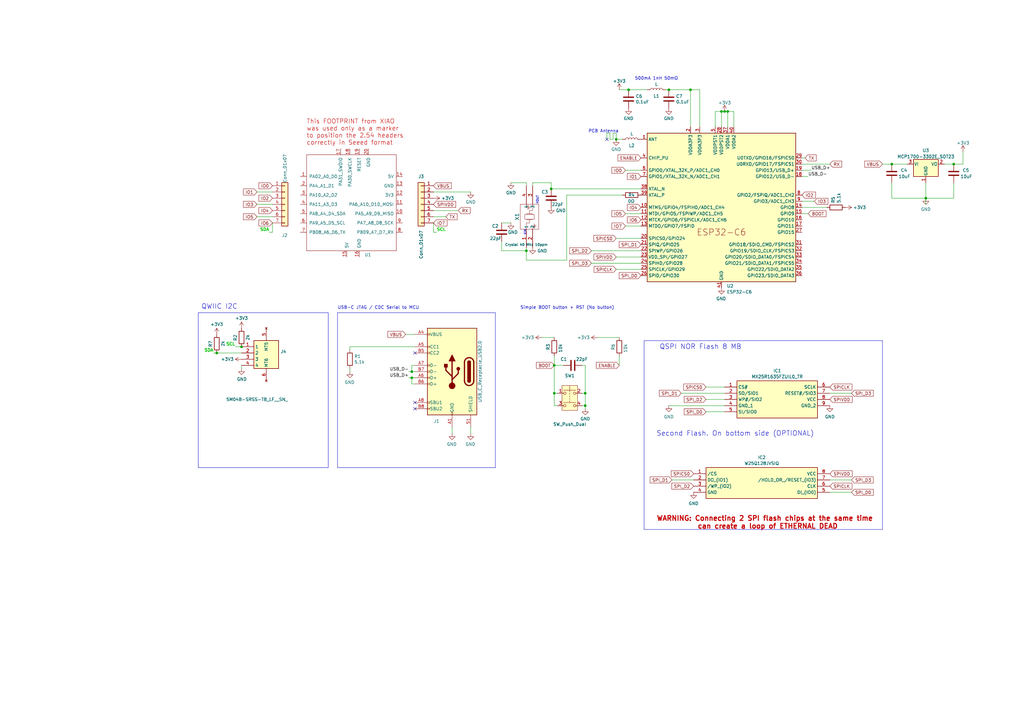
<source format=kicad_sch>
(kicad_sch (version 20230121) (generator eeschema)
  (paper "A3")
  (title_block (title "Testing ESP32C6 in a XIAO footprint") (date "2024-10-24") (rev "1.0"))
  (lib_symbols
    (symbol "Connector:USB_C_Receptacle_USB2.0" (pin_names (offset 1.016))
      (property "Reference" "J" (at -10.16 19.05 0))
      (property "Value" "USB_C_Receptacle_USB2.0" (at 19.05 19.05 0))
      (symbol "USB_C_Receptacle_USB2.0_0_0"
        (rectangle (start -0.254 -17.78) (end 0.254 -16.764))
        (rectangle (start 10.16 -14.986) (end 9.144 -15.494))
        (rectangle (start 10.16 -12.446) (end 9.144 -12.954))
        (rectangle (start 10.16 -4.826) (end 9.144 -5.334))
        (rectangle (start 10.16 -2.286) (end 9.144 -2.794))
        (rectangle (start 10.16 0.254) (end 9.144 -0.254))
        (rectangle (start 10.16 2.794) (end 9.144 2.286))
        (rectangle (start 10.16 7.874) (end 9.144 7.366))
        (rectangle (start 10.16 10.414) (end 9.144 9.906))
        (rectangle (start 10.16 15.494) (end 9.144 14.986))
      )
      (symbol "USB_C_Receptacle_USB2.0_0_1"
        (rectangle (start -10.16 17.78) (end 10.16 -17.78) (stroke (width 0.254)) (fill (type background)))
        (arc (start -8.89 -3.81) (mid -6.985 -5.7067) (end -5.08 -3.81) (stroke (width 0.508)))
        (arc (start -7.62 -3.81) (mid -6.985 -4.4423) (end -6.35 -3.81) (stroke (width 0.254)))
        (arc (start -7.62 -3.81) (mid -6.985 -4.4423) (end -6.35 -3.81) (stroke (width 0.254)) (fill (type outline)))
        (rectangle (start -7.62 -3.81) (end -6.35 3.81) (stroke (width 0.254)) (fill (type outline)))
        (arc (start -6.35 3.81) (mid -6.985 4.4423) (end -7.62 3.81) (stroke (width 0.254)))
        (arc (start -6.35 3.81) (mid -6.985 4.4423) (end -7.62 3.81) (stroke (width 0.254)) (fill (type outline)))
        (arc (start -5.08 3.81) (mid -6.985 5.7067) (end -8.89 3.81) (stroke (width 0.508)))
        (circle (center -2.54 1.143) (radius 0.635) (stroke (width 0.254)) (fill (type outline)))
        (circle (center 0 -5.842) (radius 1.27) (fill (type outline)))
        (polyline (pts (xy -8.89 -3.81) (xy -8.89 3.81)) (stroke (width 0.508)))
        (polyline (pts (xy -5.08 3.81) (xy -5.08 -3.81)) (stroke (width 0.508)))
        (polyline (pts (xy 0 -5.842) (xy 0 4.318)) (stroke (width 0.508)))
        (polyline (pts (xy 0 -3.302) (xy -2.54 -0.762) (xy -2.54 0.508)) (stroke (width 0.508)))
        (polyline (pts (xy 0 -2.032) (xy 2.54 0.508) (xy 2.54 1.778)) (stroke (width 0.508)))
        (polyline (pts (xy -1.27 4.318) (xy 0 6.858) (xy 1.27 4.318) (xy -1.27 4.318)) (stroke (width 0.254)) (fill (type outline)))
        (rectangle (start 1.905 1.778) (end 3.175 3.048) (stroke (width 0.254)) (fill (type outline)))
      )
      (symbol "USB_C_Receptacle_USB2.0_1_1"
        (pin passive line (at 0 -22.86 90) (length 5.08) (name "GND") (number "A1"))
        (pin passive line (at 0 -22.86 90) (length 5.08) hide (name "GND") (number "A12"))
        (pin passive line (at 15.24 15.24 180) (length 5.08) (name "VBUS") (number "A4"))
        (pin bidirectional line (at 15.24 10.16 180) (length 5.08) (name "CC1") (number "A5"))
        (pin bidirectional line (at 15.24 -2.54 180) (length 5.08) (name "D+") (number "A6"))
        (pin bidirectional line (at 15.24 2.54 180) (length 5.08) (name "D-") (number "A7"))
        (pin bidirectional line (at 15.24 -12.7 180) (length 5.08) (name "SBU1") (number "A8"))
        (pin passive line (at 15.24 15.24 180) (length 5.08) hide (name "VBUS") (number "A9"))
        (pin passive line (at 0 -22.86 90) (length 5.08) hide (name "GND") (number "B1"))
        (pin passive line (at 0 -22.86 90) (length 5.08) hide (name "GND") (number "B12"))
        (pin passive line (at 15.24 15.24 180) (length 5.08) hide (name "VBUS") (number "B4"))
        (pin bidirectional line (at 15.24 7.62 180) (length 5.08) (name "CC2") (number "B5"))
        (pin bidirectional line (at 15.24 -5.08 180) (length 5.08) (name "D+") (number "B6"))
        (pin bidirectional line (at 15.24 0 180) (length 5.08) (name "D-") (number "B7"))
        (pin bidirectional line (at 15.24 -15.24 180) (length 5.08) (name "SBU2") (number "B8"))
        (pin passive line (at 15.24 15.24 180) (length 5.08) hide (name "VBUS") (number "B9"))
        (pin passive line (at -7.62 -22.86 90) (length 5.08) (name "SHIELD") (number "S1"))
      )
    )
    (symbol "Connector_Generic:Conn_01x07" (pin_names (offset 1.016) hide)
      (property "Reference" "J" (at 0 10.16 0))
      (property "Value" "Conn_01x07" (at 0 -10.16 0))
      (symbol "Conn_01x07_1_1"
        (rectangle (start -1.27 -7.493) (end 0 -7.747) (stroke (width 0.1524)))
        (rectangle (start -1.27 -4.953) (end 0 -5.207) (stroke (width 0.1524)))
        (rectangle (start -1.27 -2.413) (end 0 -2.667) (stroke (width 0.1524)))
        (rectangle (start -1.27 0.127) (end 0 -0.127) (stroke (width 0.1524)))
        (rectangle (start -1.27 2.667) (end 0 2.413) (stroke (width 0.1524)))
        (rectangle (start -1.27 5.207) (end 0 4.953) (stroke (width 0.1524)))
        (rectangle (start -1.27 7.747) (end 0 7.493) (stroke (width 0.1524)))
        (rectangle (start -1.27 8.89) (end 1.27 -8.89) (stroke (width 0.254)) (fill (type background)))
        (pin passive line (at -5.08 7.62 0) (length 3.81) (name "Pin_1") (number "1"))
        (pin passive line (at -5.08 5.08 0) (length 3.81) (name "Pin_2") (number "2"))
        (pin passive line (at -5.08 2.54 0) (length 3.81) (name "Pin_3") (number "3"))
        (pin passive line (at -5.08 0 0) (length 3.81) (name "Pin_4") (number "4"))
        (pin passive line (at -5.08 -2.54 0) (length 3.81) (name "Pin_5") (number "5"))
        (pin passive line (at -5.08 -5.08 0) (length 3.81) (name "Pin_6") (number "6"))
        (pin passive line (at -5.08 -7.62 0) (length 3.81) (name "Pin_7") (number "7"))
      )
    )
    (symbol "Crystals:ECS-400-10-36B2-CKM-TR" (pin_names (offset 0.254))
      (property "Reference" "X" (at 12.7 7.62 0))
      (property "Value" "ECS-400-10-36B2-CKM-TR" (at 12.7 5.08 0))
      (symbol "ECS-400-10-36B2-CKM-TR_0_1"
        (polyline (pts (xy 7.62 -5.08) (xy 17.78 -5.08)) (stroke (width 0.127)))
        (polyline (pts (xy 7.62 -2.54) (xy 8.89 -2.54)) (stroke (width 0.127)))
        (polyline (pts (xy 7.62 2.54) (xy 7.62 -5.08)) (stroke (width 0.127)))
        (polyline (pts (xy 7.9375 -3.175) (xy 9.8425 -3.175)) (stroke (width 0.127)))
        (polyline (pts (xy 8.255 -3.4925) (xy 9.525 -3.4925)) (stroke (width 0.127)))
        (polyline (pts (xy 8.5725 -3.81) (xy 9.2075 -3.81)) (stroke (width 0.127)))
        (polyline (pts (xy 8.89 -2.54) (xy 8.89 -3.175)) (stroke (width 0.127)))
        (polyline (pts (xy 10.16 -1.27) (xy 10.16 0)) (stroke (width 0.127)))
        (polyline (pts (xy 10.16 0) (xy 7.62 0)) (stroke (width 0.127)))
        (polyline (pts (xy 11.43 -1.27) (xy 10.16 -1.27)) (stroke (width 0.127)))
        (polyline (pts (xy 11.43 0) (xy 11.43 -2.54)) (stroke (width 0.127)))
        (polyline (pts (xy 11.7475 -3.175) (xy 13.6525 -3.175)) (stroke (width 0.127)))
        (polyline (pts (xy 11.7475 0.635) (xy 11.7475 -3.175)) (stroke (width 0.127)))
        (polyline (pts (xy 13.6525 -3.175) (xy 13.6525 0.635)) (stroke (width 0.127)))
        (polyline (pts (xy 13.6525 0.635) (xy 11.7475 0.635)) (stroke (width 0.127)))
        (polyline (pts (xy 13.97 -1.27) (xy 15.24 -1.27)) (stroke (width 0.127)))
        (polyline (pts (xy 13.97 0) (xy 13.97 -2.54)) (stroke (width 0.127)))
        (polyline (pts (xy 15.24 -2.54) (xy 17.78 -2.54)) (stroke (width 0.127)))
        (polyline (pts (xy 15.24 -1.27) (xy 15.24 -2.54)) (stroke (width 0.127)))
        (polyline (pts (xy 16.51 0) (xy 16.51 -0.635)) (stroke (width 0.127)))
        (polyline (pts (xy 16.8275 -1.27) (xy 16.1925 -1.27)) (stroke (width 0.127)))
        (polyline (pts (xy 17.145 -0.9525) (xy 15.875 -0.9525)) (stroke (width 0.127)))
        (polyline (pts (xy 17.4625 -0.635) (xy 15.5575 -0.635)) (stroke (width 0.127)))
        (polyline (pts (xy 17.78 -5.08) (xy 17.78 2.54)) (stroke (width 0.127)))
        (polyline (pts (xy 17.78 0) (xy 16.51 0)) (stroke (width 0.127)))
        (polyline (pts (xy 17.78 2.54) (xy 7.62 2.54)) (stroke (width 0.127)))
        (pin unspecified line (at 0 0 0) (length 7.62) (name "1") (number "1"))
        (pin unspecified line (at 0 -2.54 0) (length 7.62) (name "2") (number "2"))
        (pin unspecified line (at 25.4 -2.54 180) (length 7.62) (name "3") (number "3"))
        (pin unspecified line (at 25.4 0 180) (length 7.62) (name "4") (number "4"))
      )
    )
    (symbol "Device:C" (pin_numbers hide) (pin_names (offset 0.254))
      (property "Reference" "C" (at 0.635 2.54 0))
      (property "Value" "C" (at 0.635 -2.54 0))
      (symbol "C_0_1"
        (polyline (pts (xy -2.032 -0.762) (xy 2.032 -0.762)) (stroke (width 0.508)))
        (polyline (pts (xy -2.032 0.762) (xy 2.032 0.762)) (stroke (width 0.508)))
      )
      (symbol "C_1_1"
        (pin passive line (at 0 3.81 270) (length 2.794) (name "~") (number "1"))
        (pin passive line (at 0 -3.81 90) (length 2.794) (name "~") (number "2"))
      )
    )
    (symbol "Device:L" (pin_numbers hide) (pin_names (offset 1.016) hide)
      (property "Reference" "L" (at -1.27 0 90))
      (property "Value" "L" (at 1.905 0 90))
      (symbol "L_0_1"
        (arc (start 0 -2.54) (mid 0.6323 -1.905) (end 0 -1.27))
        (arc (start 0 -1.27) (mid 0.6323 -0.635) (end 0 0))
        (arc (start 0 0) (mid 0.6323 0.635) (end 0 1.27))
        (arc (start 0 1.27) (mid 0.6323 1.905) (end 0 2.54))
      )
      (symbol "L_1_1"
        (pin passive line (at 0 3.81 270) (length 1.27) (name "1") (number "1"))
        (pin passive line (at 0 -3.81 90) (length 1.27) (name "2") (number "2"))
      )
    )
    (symbol "Device:R" (pin_numbers hide) (pin_names (offset 0))
      (property "Reference" "R" (at 2.032 0 90))
      (property "Value" "R" (at 0 0 90))
      (symbol "R_0_1"
        (rectangle (start -1.016 -2.54) (end 1.016 2.54) (stroke (width 0.254)))
      )
      (symbol "R_1_1"
        (pin passive line (at 0 3.81 270) (length 1.27) (name "~") (number "1"))
        (pin passive line (at 0 -3.81 90) (length 1.27) (name "~") (number "2"))
      )
    )
    (symbol "ESP32C6:ESP32-C6"
      (property "Reference" "U" (at -27.94 33.02 0))
      (property "Value" "ESP32-C6" (at 25.4 33.02 0))
      (symbol "ESP32-C6_0_0"
        (text "ESP32-C6" (at 0 -10.16 0) (effects (font (size 2.54 2.54))))
      )
      (symbol "ESP32-C6_0_1"
        (rectangle (start -30.48 30.48) (end 30.48 -30.48) (stroke (width 0.254)) (fill (type background)))
      )
      (symbol "ESP32-C6_1_1"
        (pin bidirectional line (at -33.02 27.94 0) (length 2.54) (name "ANT") (number "1"))
        (pin bidirectional line (at -33.02 0 0) (length 2.54) (name "MTMS/GPIO4/FSPIHD/ADC1_CH4") (number "10"))
        (pin bidirectional line (at -33.02 -2.54 0) (length 2.54) (name "MTDI/GPIO5/FSPIWP/ADC1_CH5") (number "11"))
        (pin bidirectional line (at -33.02 -5.08 0) (length 2.54) (name "MTCK/GPIO6/FSPICLK/ADC1_CH6") (number "12"))
        (pin bidirectional line (at -33.02 -7.62 0) (length 2.54) (name "MTDO/GPIO7/FSPID") (number "13"))
        (pin bidirectional line (at 33.02 0 180) (length 2.54) (name "GPIO8") (number "14"))
        (pin bidirectional line (at 33.02 -2.54 180) (length 2.54) (name "GPIO9") (number "15"))
        (pin bidirectional line (at 33.02 -5.08 180) (length 2.54) (name "GPIO10") (number "16"))
        (pin bidirectional line (at 33.02 -7.62 180) (length 2.54) (name "GPIO11") (number "17"))
        (pin bidirectional line (at 33.02 12.7 180) (length 2.54) (name "GPIO12/USB_D-") (number "18"))
        (pin bidirectional line (at 33.02 15.24 180) (length 2.54) (name "GPIO13/USB_D+") (number "19"))
        (pin power_in line (at -12.7 33.02 270) (length 2.54) (name "VDDA3P3") (number "2"))
        (pin bidirectional line (at -33.02 -12.7 0) (length 2.54) (name "SPICS0/GPIO24") (number "20"))
        (pin bidirectional line (at -33.02 -15.24 0) (length 2.54) (name "SPIQ/GPIO25") (number "21"))
        (pin bidirectional line (at -33.02 -17.78 0) (length 2.54) (name "SPIWP/GPIO26") (number "22"))
        (pin bidirectional line (at -33.02 -20.32 0) (length 2.54) (name "VDD_SPI/GPIO27") (number "23"))
        (pin bidirectional line (at -33.02 -22.86 0) (length 2.54) (name "SPIHD/GPIO28") (number "24"))
        (pin bidirectional line (at -33.02 -25.4 0) (length 2.54) (name "SPICLK/GPIO29") (number "25"))
        (pin bidirectional line (at -33.02 -27.94 0) (length 2.54) (name "SPID/GPIO30") (number "26"))
        (pin bidirectional line (at 33.02 -10.16 180) (length 2.54) (name "GPIO15") (number "27"))
        (pin power_in line (at 0 33.02 270) (length 2.54) (name "VDDPST2") (number "28"))
        (pin bidirectional line (at 33.02 20.32 180) (length 2.54) (name "U0TXD/GPIO16/FSPICS0") (number "29"))
        (pin power_in line (at -8.89 33.02 270) (length 2.54) (name "VDDA3P3") (number "3"))
        (pin bidirectional line (at 33.02 17.78 180) (length 2.54) (name "U0RXD/GPIO17/FSPICS1") (number "30"))
        (pin bidirectional line (at 33.02 -15.24 180) (length 2.54) (name "GPIO18/SDIO_CMD/FSPICS2") (number "31"))
        (pin bidirectional line (at 33.02 -17.78 180) (length 2.54) (name "GPIO19/SDIO_CLK/FSPICS3") (number "32"))
        (pin bidirectional line (at 33.02 -20.32 180) (length 2.54) (name "GPIO20/SDIO_DATA0/FSPICS4") (number "33"))
        (pin bidirectional line (at 33.02 -22.86 180) (length 2.54) (name "GPIO21/SDIO_DATA1/FSPICS5") (number "34"))
        (pin bidirectional line (at 33.02 -25.4 180) (length 2.54) (name "GPIO22/SDIO_DATA2") (number "35"))
        (pin bidirectional line (at 33.02 -27.94 180) (length 2.54) (name "GPIO23/SDIO_DATA3") (number "36"))
        (pin power_in line (at 2.54 33.02 270) (length 2.54) (name "VDDA1") (number "37"))
        (pin output line (at -33.02 7.62 0) (length 2.54) (name "XTAL_N") (number "38"))
        (pin input line (at -33.02 5.08 0) (length 2.54) (name "XTAL_P") (number "39"))
        (pin input line (at -33.02 20.32 0) (length 2.54) (name "CHIP_PU") (number "4"))
        (pin power_in line (at 5.08 33.02 270) (length 2.54) (name "VDDA2") (number "40"))
        (pin power_in line (at 0 -33.02 90) (length 2.54) (name "GND") (number "41"))
        (pin power_in line (at -2.54 33.02 270) (length 2.54) (name "VDDPST1") (number "5"))
        (pin bidirectional line (at -33.02 15.24 0) (length 2.54) (name "GPIO0/XTAL_32K_P/ADC1_CH0") (number "6"))
        (pin bidirectional line (at -33.02 12.7 0) (length 2.54) (name "GPIO1/XTAL_32K_N/ADC1_CH1") (number "7"))
        (pin bidirectional line (at 33.02 5.08 180) (length 2.54) (name "GPIO2/FSPIQ/ADC1_CH2") (number "8"))
        (pin bidirectional line (at 33.02 2.54 180) (length 2.54) (name "GPIO3/ADC1_CH3") (number "9"))
      )
    )
    (symbol "FLASH2:W25Q128JVSIQ"
      (property "Reference" "IC" (at 52.07 7.62 0))
      (property "Value" "W25Q128JVSIQ" (at 52.07 5.08 0))
      (symbol "W25Q128JVSIQ_1_1"
        (rectangle (start 5.08 2.54) (end 50.8 -10.16) (stroke (width 0.254)) (fill (type background)))
        (pin passive line (at 0 0 0) (length 5.08) (name "/CS") (number "1"))
        (pin passive line (at 0 -2.54 0) (length 5.08) (name "DO_(IO1)") (number "2"))
        (pin passive line (at 0 -5.08 0) (length 5.08) (name "/WP_(IO2)") (number "3"))
        (pin passive line (at 0 -7.62 0) (length 5.08) (name "GND") (number "4"))
        (pin passive line (at 55.88 -7.62 180) (length 5.08) (name "DI_(IO0)") (number "5"))
        (pin passive line (at 55.88 -5.08 180) (length 5.08) (name "CLK") (number "6"))
        (pin passive line (at 55.88 -2.54 180) (length 5.08) (name "/HOLD_OR_/RESET_(IO3)") (number "7"))
        (pin passive line (at 55.88 0 180) (length 5.08) (name "VCC") (number "8"))
      )
    )
    (symbol "FLASH:MX25R1635FZUIL0_TR"
      (property "Reference" "IC" (at 39.37 7.62 0))
      (property "Value" "MX25R1635FZUIL0_TR" (at 39.37 5.08 0))
      (symbol "MX25R1635FZUIL0_TR_1_1"
        (rectangle (start 5.08 2.54) (end 38.1 -12.7) (stroke (width 0.254)) (fill (type background)))
        (pin passive line (at 0 0 0) (length 5.08) (name "CS#") (number "1"))
        (pin passive line (at 0 -2.54 0) (length 5.08) (name "SO/SIO1") (number "2"))
        (pin passive line (at 0 -5.08 0) (length 5.08) (name "WP#/SIO2") (number "3"))
        (pin passive line (at 0 -7.62 0) (length 5.08) (name "GND_1") (number "4"))
        (pin passive line (at 0 -10.16 0) (length 5.08) (name "SI/SIO0") (number "5"))
        (pin passive line (at 43.18 0 180) (length 5.08) (name "SCLK") (number "6"))
        (pin passive line (at 43.18 -2.54 180) (length 5.08) (name "RESET#/SIO3") (number "7"))
        (pin passive line (at 43.18 -5.08 180) (length 5.08) (name "VCC") (number "8"))
        (pin passive line (at 43.18 -7.62 180) (length 5.08) (name "GND_2") (number "9"))
      )
    )
    (symbol "QWIIC:SM04B-SRSS-TB_LF__SN_"
      (property "Reference" "J" (at 11.43 -10.16 0))
      (property "Value" "SM04B-SRSS-TB_LF__SN_" (at -5.08 3.81 0))
      (symbol "SM04B-SRSS-TB_LF__SN__1_1"
        (rectangle (start 5.08 2.54) (end 15.24 -8.89) (stroke (width 0.254)) (fill (type background)))
        (pin passive line (at 0 0 0) (length 5.08) (name "1") (number "1"))
        (pin passive line (at 0 -2.54 0) (length 5.08) (name "2") (number "2"))
        (pin passive line (at 0 -5.08 0) (length 5.08) (name "3") (number "3"))
        (pin passive line (at 0 -7.62 0) (length 5.08) (name "4") (number "4"))
        (pin no_connect line (at 10.16 7.62 270) (length 5.08) (name "MT5") (number "5"))
        (pin no_connect line (at 10.16 -13.97 90) (length 5.08) (name "MT6") (number "6"))
      )
    )
    (symbol "Regulator_Linear:MCP1700-3302E_SOT23" (pin_names (offset 0.254))
      (property "Reference" "U" (at -3.81 3.175 0))
      (property "Value" "MCP1700-3302E_SOT23" (at 0 3.175 0))
      (symbol "MCP1700-3302E_SOT23_0_1"
        (rectangle (start -5.08 1.905) (end 5.08 -5.08) (stroke (width 0.254)) (fill (type background)))
      )
      (symbol "MCP1700-3302E_SOT23_1_1"
        (pin power_in line (at 0 -7.62 90) (length 2.54) (name "GND") (number "1"))
        (pin power_out line (at 7.62 0 180) (length 2.54) (name "VO") (number "2"))
        (pin power_in line (at -7.62 0 0) (length 2.54) (name "VI") (number "3"))
      )
    )
    (symbol "Switch:SW_Push_Dual" (pin_names (offset 1.016) hide)
      (property "Reference" "SW" (at 0 7.62 0))
      (property "Value" "SW_Push_Dual" (at 0 -6.35 0))
      (symbol "SW_Push_Dual_0_1"
        (circle (center -2.032 -2.54) (radius 0.508))
        (circle (center -2.032 2.54) (radius 0.508))
        (polyline (pts (xy 0 -0.508) (xy 0 -1.016)))
        (polyline (pts (xy 0 0.508) (xy 0 0)))
        (polyline (pts (xy 0 1.016) (xy 0 1.524)))
        (polyline (pts (xy 0 2.032) (xy 0 2.54)))
        (polyline (pts (xy 0 3.048) (xy 0 3.556)))
        (polyline (pts (xy 0 3.81) (xy 0 5.588)))
        (polyline (pts (xy 2.54 -1.27) (xy -2.54 -1.27)))
        (polyline (pts (xy 2.54 3.81) (xy -2.54 3.81)))
        (circle (center 2.032 -2.54) (radius 0.508))
        (circle (center 2.032 2.54) (radius 0.508))
        (pin passive line (at -5.08 2.54 0) (length 2.54) (name "1") (number "1"))
        (pin passive line (at 5.08 2.54 180) (length 2.54) (name "2") (number "2"))
        (pin passive line (at -5.08 -2.54 0) (length 2.54) (name "3") (number "3"))
        (pin passive line (at 5.08 -2.54 180) (length 2.54) (name "4") (number "4"))
      )
      (symbol "SW_Push_Dual_1_1"
        (rectangle (start -3.175 5.715) (end 3.175 -4.445) (fill (type background)))
      )
    )
    (symbol "XIAO:SeeeduinoXIAO" (pin_names (offset 1.016))
      (property "Reference" "U" (at -19.05 22.86 0))
      (property "Value" "SeeeduinoXIAO" (at -12.7 21.59 0))
      (symbol "SeeeduinoXIAO_0_1"
        (rectangle (start -19.05 20.32) (end 17.78 -19.05))
      )
      (symbol "SeeeduinoXIAO_1_1"
        (pin unspecified line (at -21.59 11.43 0) (length 2.54) (name "PA02_A0_D0") (number "1"))
        (pin unspecified line (at 20.32 -3.81 180) (length 2.54) (name "PA5_A9_D9_MISO") (number "10"))
        (pin unspecified line (at 20.32 0 180) (length 2.54) (name "PA6_A10_D10_MOSI") (number "11"))
        (pin unspecified line (at 20.32 3.81 180) (length 2.54) (name "3V3") (number "12"))
        (pin unspecified line (at 20.32 7.62 180) (length 2.54) (name "GND") (number "13"))
        (pin unspecified line (at 20.32 11.43 180) (length 2.54) (name "5V") (number "14"))
        (pin input line (at -2.54 -21.59 90) (length 2.54) (name "5V") (number "15"))
        (pin input line (at 2.54 -21.59 90) (length 2.54) (name "GND") (number "16"))
        (pin input line (at -5.08 22.86 270) (length 2.54) (name "PA31_SWDIO") (number "17"))
        (pin input line (at -1.27 22.86 270) (length 2.54) (name "PA30_SWCLK") (number "18"))
        (pin input line (at 2.54 22.86 270) (length 2.54) (name "RESET") (number "19"))
        (pin unspecified line (at -21.59 7.62 0) (length 2.54) (name "PA4_A1_D1") (number "2"))
        (pin input line (at 6.35 22.86 270) (length 2.54) (name "GND") (number "20"))
        (pin unspecified line (at -21.59 3.81 0) (length 2.54) (name "PA10_A2_D2") (number "3"))
        (pin unspecified line (at -21.59 0 0) (length 2.54) (name "PA11_A3_D3") (number "4"))
        (pin unspecified line (at -21.59 -3.81 0) (length 2.54) (name "PA8_A4_D4_SDA") (number "5"))
        (pin unspecified line (at -21.59 -7.62 0) (length 2.54) (name "PA9_A5_D5_SCL") (number "6"))
        (pin unspecified line (at -21.59 -11.43 0) (length 2.54) (name "PB08_A6_D6_TX") (number "7"))
        (pin unspecified line (at 20.32 -11.43 180) (length 2.54) (name "PB09_A7_D7_RX") (number "8"))
        (pin unspecified line (at 20.32 -7.62 180) (length 2.54) (name "PA7_A8_D8_SCK") (number "9"))
      )
    )
    (symbol "power:+3V3" (power) (pin_names (offset 0))
      (property "Value" "+3V3" (at 0 3.556 0))
      (symbol "+3V3_0_1"
        (polyline (pts (xy -0.762 1.27) (xy 0 2.54)))
        (polyline (pts (xy 0 0) (xy 0 2.54)))
        (polyline (pts (xy 0 2.54) (xy 0.762 1.27)))
      )
      (symbol "+3V3_1_1"
        (pin power_in line (at 0 0 90) (length 0) hide (name "+3V3") (number "1"))
      )
    )
    (symbol "power:GND" (power) (pin_names (offset 0))
      (property "Value" "GND" (at 0 -3.81 0))
      (symbol "GND_0_1"
        (polyline (pts (xy 0 0) (xy 0 -1.27) (xy 1.27 -1.27) (xy 0 -2.54) (xy -1.27 -1.27) (xy 0 -1.27)))
      )
      (symbol "GND_1_1"
        (pin power_in line (at 0 0 270) (length 0) hide (name "GND") (number "1"))
      )
    )
  )
  (junction (at 227.33 149.86))
  (junction (at 298.45 45.72))
  (junction (at 252.73 57.15))
  (junction (at 240.03 161.29))
  (junction (at 365.76 67.31))
  (junction (at 391.16 67.31))
  (junction (at 215.9 102.87))
  (junction (at 379.73 81.28))
  (junction (at 227.33 161.29))
  (junction (at 295.91 45.72))
  (junction (at 88.9 144.78))
  (junction (at 257.81 36.83))
  (junction (at 240.03 166.37))
  (junction (at 283.21 36.83))
  (junction (at 168.91 154.94))
  (junction (at 99.06 142.24))
  (junction (at 297.18 45.72))
  (junction (at 226.06 77.47))
  (junction (at 274.32 36.83))
  (junction (at 168.91 152.4))
  (no_connect (at 170.18 165.1))
  (no_connect (at 248.92 57.15))
  (no_connect (at 170.18 144.78))
  (no_connect (at 170.18 167.64))
  (wire (pts (xy 87.63 144.78) (xy 88.9 144.78)))
  (wire (pts (xy 177.8 95.25) (xy 179.07 95.25)))
  (wire (pts (xy 287.02 36.83) (xy 283.21 36.83)))
  (wire (pts (xy 293.37 45.72) (xy 293.37 52.07)))
  (wire (pts (xy 242.57 102.87) (xy 262.89 102.87)))
  (wire (pts (xy 279.4 161.29) (xy 297.18 161.29)))
  (wire (pts (xy 227.33 161.29) (xy 228.6 161.29)))
  (wire (pts (xy 215.9 102.87) (xy 215.9 101.6)))
  (wire (pts (xy 331.47 72.39) (xy 328.93 72.39)))
  (wire (pts (xy 365.76 74.93) (xy 365.76 81.28)))
  (wire (pts (xy 252.73 105.41) (xy 262.89 105.41)))
  (wire (pts (xy 256.54 92.71) (xy 262.89 92.71)))
  (wire (pts (xy 300.99 52.07) (xy 300.99 45.72)))
  (wire (pts (xy 205.74 102.87) (xy 205.74 99.06)))
  (wire (pts (xy 105.41 78.74) (xy 111.76 78.74)))
  (wire (pts (xy 328.93 85.09) (xy 339.09 85.09)))
  (wire (pts (xy 215.9 102.87) (xy 205.74 102.87)))
  (wire (pts (xy 340.36 67.31) (xy 328.93 67.31)))
  (wire (pts (xy 88.9 144.78) (xy 99.06 144.78)))
  (polyline (pts (xy 203.2 128.27) (xy 203.2 191.77)))
  (wire (pts (xy 361.95 67.31) (xy 365.76 67.31)))
  (wire (pts (xy 394.97 67.31) (xy 394.97 62.23)))
  (wire (pts (xy 215.9 106.68) (xy 215.9 102.87)))
  (wire (pts (xy 209.55 74.93) (xy 215.9 74.93)))
  (wire (pts (xy 96.52 142.24) (xy 99.06 142.24)))
  (wire (pts (xy 391.16 81.28) (xy 391.16 74.93)))
  (wire (pts (xy 168.91 152.4) (xy 170.18 152.4)))
  (wire (pts (xy 379.73 81.28) (xy 379.73 83.82)))
  (wire (pts (xy 240.03 161.29) (xy 240.03 149.86)))
  (wire (pts (xy 105.41 88.9) (xy 111.76 88.9)))
  (wire (pts (xy 218.44 74.93) (xy 226.06 74.93)))
  (wire (pts (xy 297.18 45.72) (xy 295.91 45.72)))
  (wire (pts (xy 232.41 80.01) (xy 232.41 106.68)))
  (wire (pts (xy 387.35 67.31) (xy 391.16 67.31)))
  (polyline (pts (xy 138.43 128.27) (xy 203.2 128.27)))
  (wire (pts (xy 252.73 97.79) (xy 262.89 97.79)))
  (wire (pts (xy 240.03 149.86) (xy 238.76 149.86)))
  (wire (pts (xy 167.64 152.4) (xy 168.91 152.4)))
  (wire (pts (xy 252.73 54.61) (xy 251.46 54.61)))
  (wire (pts (xy 187.96 86.36) (xy 177.8 86.36)))
  (wire (pts (xy 257.81 36.83) (xy 265.43 36.83)))
  (wire (pts (xy 166.37 137.16) (xy 170.18 137.16)))
  (wire (pts (xy 182.88 88.9) (xy 177.8 88.9)))
  (wire (pts (xy 252.73 110.49) (xy 262.89 110.49)))
  (wire (pts (xy 295.91 45.72) (xy 293.37 45.72)))
  (wire (pts (xy 193.04 175.26) (xy 193.04 177.8)))
  (wire (pts (xy 240.03 167.64) (xy 240.03 166.37)))
  (wire (pts (xy 289.56 168.91) (xy 297.18 168.91)))
  (wire (pts (xy 283.21 36.83) (xy 274.32 36.83)))
  (wire (pts (xy 365.76 67.31) (xy 372.11 67.31)))
  (wire (pts (xy 332.74 69.85) (xy 328.93 69.85)))
  (wire (pts (xy 143.51 142.24) (xy 143.51 143.51)))
  (wire (pts (xy 298.45 45.72) (xy 297.18 45.72)))
  (wire (pts (xy 111.76 95.25) (xy 110.49 95.25)))
  (wire (pts (xy 274.32 166.37) (xy 297.18 166.37)))
  (wire (pts (xy 255.27 57.15) (xy 252.73 57.15)))
  (wire (pts (xy 379.73 74.93) (xy 379.73 81.28)))
  (wire (pts (xy 287.02 52.07) (xy 287.02 36.83)))
  (wire (pts (xy 273.05 36.83) (xy 274.32 36.83)))
  (wire (pts (xy 105.41 83.82) (xy 111.76 83.82)))
  (wire (pts (xy 143.51 152.4) (xy 143.51 151.13)))
  (wire (pts (xy 240.03 161.29) (xy 238.76 161.29)))
  (wire (pts (xy 227.33 149.86) (xy 227.33 161.29)))
  (wire (pts (xy 250.19 57.15) (xy 250.19 54.61)))
  (wire (pts (xy 170.18 149.86) (xy 168.91 149.86)))
  (wire (pts (xy 349.25 161.29) (xy 340.36 161.29)))
  (wire (pts (xy 256.54 69.85) (xy 262.89 69.85)))
  (wire (pts (xy 242.57 107.95) (xy 262.89 107.95)))
  (wire (pts (xy 170.18 157.48) (xy 168.91 157.48)))
  (wire (pts (xy 232.41 106.68) (xy 215.9 106.68)))
  (wire (pts (xy 255.27 80.01) (xy 232.41 80.01)))
  (wire (pts (xy 227.33 161.29) (xy 227.33 166.37)))
  (wire (pts (xy 298.45 45.72) (xy 298.45 52.07)))
  (wire (pts (xy 209.55 91.44) (xy 205.74 91.44)))
  (wire (pts (xy 226.06 74.93) (xy 226.06 77.47)))
  (wire (pts (xy 177.8 91.44) (xy 177.8 95.25)))
  (wire (pts (xy 334.01 82.55) (xy 328.93 82.55)))
  (wire (pts (xy 185.42 175.26) (xy 185.42 177.8)))
  (wire (pts (xy 295.91 45.72) (xy 295.91 52.07)))
  (wire (pts (xy 168.91 154.94) (xy 170.18 154.94)))
  (wire (pts (xy 227.33 146.05) (xy 227.33 149.86)))
  (wire (pts (xy 251.46 54.61) (xy 251.46 57.15)))
  (wire (pts (xy 289.56 163.83) (xy 297.18 163.83)))
  (polyline (pts (xy 138.43 191.77) (xy 203.2 191.77)))
  (wire (pts (xy 99.06 151.13) (xy 99.06 149.86)))
  (wire (pts (xy 250.19 54.61) (xy 248.92 54.61)))
  (wire (pts (xy 248.92 54.61) (xy 248.92 57.15)))
  (wire (pts (xy 254 146.05) (xy 254 149.86)))
  (wire (pts (xy 349.25 201.93) (xy 340.36 201.93)))
  (wire (pts (xy 240.03 166.37) (xy 240.03 161.29)))
  (wire (pts (xy 379.73 81.28) (xy 391.16 81.28)))
  (wire (pts (xy 227.33 149.86) (xy 231.14 149.86)))
  (wire (pts (xy 170.18 142.24) (xy 143.51 142.24)))
  (wire (pts (xy 245.11 138.43) (xy 254 138.43)))
  (wire (pts (xy 227.33 166.37) (xy 228.6 166.37)))
  (wire (pts (xy 275.59 196.85) (xy 284.48 196.85)))
  (wire (pts (xy 168.91 149.86) (xy 168.91 152.4)))
  (wire (pts (xy 193.04 78.74) (xy 177.8 78.74)))
  (wire (pts (xy 168.91 157.48) (xy 168.91 154.94)))
  (wire (pts (xy 111.76 91.44) (xy 111.76 95.25)))
  (polyline (pts (xy 138.43 191.77) (xy 138.43 128.27)))
  (wire (pts (xy 331.47 87.63) (xy 328.93 87.63)))
  (wire (pts (xy 330.2 64.77) (xy 328.93 64.77)))
  (wire (pts (xy 218.44 74.93) (xy 218.44 76.2)))
  (wire (pts (xy 349.25 196.85) (xy 340.36 196.85)))
  (wire (pts (xy 215.9 74.93) (xy 215.9 76.2)))
  (wire (pts (xy 289.56 158.75) (xy 297.18 158.75)))
  (wire (pts (xy 167.64 154.94) (xy 168.91 154.94)))
  (wire (pts (xy 240.03 166.37) (xy 238.76 166.37)))
  (wire (pts (xy 222.25 138.43) (xy 227.33 138.43)))
  (wire (pts (xy 391.16 67.31) (xy 394.97 67.31)))
  (wire (pts (xy 365.76 81.28) (xy 379.73 81.28)))
  (wire (pts (xy 283.21 52.07) (xy 283.21 36.83)))
  (wire (pts (xy 300.99 45.72) (xy 298.45 45.72)))
  (wire (pts (xy 254 36.83) (xy 257.81 36.83)))
  (wire (pts (xy 252.73 57.15) (xy 252.73 54.61)))
  (wire (pts (xy 251.46 57.15) (xy 250.19 57.15)))
  (wire (pts (xy 256.54 87.63) (xy 262.89 87.63)))
  (wire (pts (xy 226.06 77.47) (xy 262.89 77.47)))
  (rectangle (start 81.28 128.27) (end 134.62 191.77))
  (rectangle (start 264.16 139.7) (end 361.95 217.17))
  (text "QSPI NOR Flash 8 MB" (at 270.51 143.51 0) (effects (font (size 2 2)) (justify left bottom)))
  (text "Second Flash. On bottom side (OPTIONAL)" (at 269.24 179.07 0) (effects (font (size 2 2)) (justify left bottom)))
  (text "XOUT" (at 220.98 83.82 90) (effects (font (size 0.9 0.9)) (justify left bottom)))
  (text "USB-C JTAG / CDC Serial to MCU" (at 138.43 127 0) (effects (font (size 1.27 1.27)) (justify left bottom)))
  (text "Simple BOOT button + RST (No button)" (at 213.36 127 0) (effects (font (size 1.27 1.27)) (justify left bottom)))
  (text "WARNING: Connecting 2 SPI flash chips at the same time\n           can create a loop of ETHERNAL DEAD" (at 269.24 217.17 0) (effects (font (size 2 2) (thickness 0.4) bold) (justify left bottom)))
  (text "This FOOTPRINT from XIAO\nwas used only as a marker\nto position the 2.54 headers\ncorrectly in Seeed format" (at 125.73 59.69 0) (effects (font (size 1.8 1.8)) (justify left bottom)))
  (text "PCB Antenna" (at 241.3 54.61 0) (effects (font (size 1.27 1.27)) (justify left bottom)))
  (text "XIN" (at 215.9 96.52 90) (effects (font (size 0.9 0.9)) (justify left bottom)))
  (text "QWIIC I2C" (at 82.55 127 0) (effects (font (size 2 2)) (justify left bottom)))
  (text "500mA 1nH 50mΩ" (at 260.35 33.02 0) (effects (font (size 1.27 1.27)) (justify left bottom)))
  (label "USB_D+" (at 332.74 69.85 0))
  (label "USB_D-" (at 331.47 72.39 0))
  (label "SDA" (at 87.63 144.78 180) (effects (font (thickness 0.254) bold)))
  (label "SCL" (at 96.52 142.24 180) (effects (font (thickness 0.254) bold)))
  (label "SDA" (at 110.49 95.25 180) (effects (font (thickness 0.254) bold)))
  (label "SCL" (at 179.07 95.25 0) (effects (font (thickness 0.254) bold)))
  (label "USB_D-" (at 167.64 152.4 180))
  (label "USB_D+" (at 167.64 154.94 180))
  (global_label "TX" (shape input) (at 182.88 88.9 0) (property "Intersheetrefs" "${INTERSHEET_REFS}" (effects hide)))
  (global_label "IO0" (shape input) (at 256.54 69.85 180) (property "Intersheetrefs" "${INTERSHEET_REFS}" (effects hide)))
  (global_label "IO7" (shape input) (at 256.54 92.71 180) (property "Intersheetrefs" "${INTERSHEET_REFS}" (effects hide)))
  (global_label "SPIVDD" (shape input) (at 252.73 105.41 180) (property "Intersheetrefs" "${INTERSHEET_REFS}" (effects hide)) (property "Referenzen zwischen Schaltplänen" "${INTERSHEET_REFS}" (effects hide)))
  (global_label "IO0" (shape input) (at 111.76 76.2 180) (property "Intersheetrefs" "${INTERSHEET_REFS}" (effects hide)))
  (global_label "SPI_D3" (shape input) (at 349.25 196.85 0) (property "Intersheetrefs" "${INTERSHEET_REFS}" (effects hide)) (property "Referenzen zwischen Schaltplänen" "${INTERSHEET_REFS}" (effects hide)))
  (global_label "SPI_D2" (shape input) (at 284.48 199.39 180) (property "Intersheetrefs" "${INTERSHEET_REFS}" (effects hide)) (property "Referenzen zwischen Schaltplänen" "${INTERSHEET_REFS}" (effects hide)))
  (global_label "SPI_D1" (shape input) (at 275.59 196.85 180) (property "Intersheetrefs" "${INTERSHEET_REFS}" (effects hide)) (property "Referenzen zwischen Schaltplänen" "${INTERSHEET_REFS}" (effects hide)))
  (global_label "SPICS0" (shape input) (at 284.48 194.31 180) (property "Intersheetrefs" "${INTERSHEET_REFS}" (effects hide)) (property "Referenzen zwischen Schaltplänen" "${INTERSHEET_REFS}" (effects hide)))
  (global_label "VBUS" (shape input) (at 361.95 67.31 180) (property "Intersheetrefs" "${INTERSHEET_REFS}" (effects hide)) (property "Referenzen zwischen Schaltplänen" "${INTERSHEET_REFS}" (effects hide)))
  (global_label "IO1" (shape input) (at 262.89 72.39 180) (property "Intersheetrefs" "${INTERSHEET_REFS}" (effects hide)))
  (global_label "SPI_D0" (shape input) (at 289.56 168.91 180) (property "Intersheetrefs" "${INTERSHEET_REFS}" (effects hide)) (property "Referenzen zwischen Schaltplänen" "${INTERSHEET_REFS}" (effects hide)))
  (global_label "SPI_D2" (shape input) (at 242.57 102.87 180) (property "Intersheetrefs" "${INTERSHEET_REFS}" (effects hide)) (property "Referenzen zwischen Schaltplänen" "${INTERSHEET_REFS}" (effects hide)))
  (global_label "RX" (shape input) (at 340.36 67.31 0) (property "Intersheetrefs" "${INTERSHEET_REFS}" (effects hide)))
  (global_label "SPIVDD" (shape input) (at 177.8 83.82 0) (property "Intersheetrefs" "${INTERSHEET_REFS}" (effects hide)) (property "Referenzen zwischen Schaltplänen" "${INTERSHEET_REFS}" (effects hide)))
  (global_label "IO5" (shape input) (at 105.41 88.9 180) (property "Intersheetrefs" "${INTERSHEET_REFS}" (effects hide)))
  (global_label "SPI_D3" (shape input) (at 349.25 161.29 0) (property "Intersheetrefs" "${INTERSHEET_REFS}" (effects hide)) (property "Referenzen zwischen Schaltplänen" "${INTERSHEET_REFS}" (effects hide)))
  (global_label "BOOT" (shape input) (at 227.33 149.86 180) (property "Intersheetrefs" "${INTERSHEET_REFS}" (effects hide)))
  (global_label "IO6" (shape input) (at 111.76 91.44 180) (property "Intersheetrefs" "${INTERSHEET_REFS}" (effects hide)))
  (global_label "RX" (shape input) (at 187.96 86.36 0) (property "Intersheetrefs" "${INTERSHEET_REFS}" (effects hide)))
  (global_label "SPICLK" (shape input) (at 340.36 158.75 0) (property "Intersheetrefs" "${INTERSHEET_REFS}" (effects hide)) (property "Referenzen zwischen Schaltplänen" "${INTERSHEET_REFS}" (effects hide)))
  (global_label "VBUS" (shape input) (at 166.37 137.16 180) (property "Intersheetrefs" "${INTERSHEET_REFS}" (effects hide)) (property "Referenzen zwischen Schaltplänen" "${INTERSHEET_REFS}" (effects hide)))
  (global_label "IO2" (shape input) (at 328.93 80.01 0) (property "Intersheetrefs" "${INTERSHEET_REFS}" (effects hide)))
  (global_label "SPI_D2" (shape input) (at 289.56 163.83 180) (property "Intersheetrefs" "${INTERSHEET_REFS}" (effects hide)) (property "Referenzen zwischen Schaltplänen" "${INTERSHEET_REFS}" (effects hide)))
  (global_label "IO4" (shape input) (at 262.89 85.09 180) (property "Intersheetrefs" "${INTERSHEET_REFS}" (effects hide)))
  (global_label "SPI_D0" (shape input) (at 262.89 113.03 180) (property "Intersheetrefs" "${INTERSHEET_REFS}" (effects hide)) (property "Referenzen zwischen Schaltplänen" "${INTERSHEET_REFS}" (effects hide)))
  (global_label "IO6" (shape input) (at 262.89 90.17 180) (property "Intersheetrefs" "${INTERSHEET_REFS}" (effects hide)))
  (global_label "SPI_D1" (shape input) (at 279.4 161.29 180) (property "Intersheetrefs" "${INTERSHEET_REFS}" (effects hide)) (property "Referenzen zwischen Schaltplänen" "${INTERSHEET_REFS}" (effects hide)))
  (global_label "BOOT" (shape input) (at 331.47 87.63 0) (property "Intersheetrefs" "${INTERSHEET_REFS}" (effects hide)))
  (global_label "IO3" (shape input) (at 105.41 83.82 180) (property "Intersheetrefs" "${INTERSHEET_REFS}" (effects hide)))
  (global_label "IO7" (shape input) (at 177.8 91.44 0) (property "Intersheetrefs" "${INTERSHEET_REFS}" (effects hide)))
  (global_label "SPICLK" (shape input) (at 340.36 199.39 0) (property "Intersheetrefs" "${INTERSHEET_REFS}" (effects hide)) (property "Referenzen zwischen Schaltplänen" "${INTERSHEET_REFS}" (effects hide)))
  (global_label "ENABLE" (shape input) (at 262.89 64.77 180) (property "Intersheetrefs" "${INTERSHEET_REFS}" (effects hide)))
  (global_label "IO3" (shape input) (at 334.01 82.55 0) (property "Intersheetrefs" "${INTERSHEET_REFS}" (effects hide)))
  (global_label "SPICLK" (shape input) (at 252.73 110.49 180) (property "Intersheetrefs" "${INTERSHEET_REFS}" (effects hide)) (property "Referenzen zwischen Schaltplänen" "${INTERSHEET_REFS}" (effects hide)))
  (global_label "ENABLE" (shape input) (at 254 149.86 180) (property "Intersheetrefs" "${INTERSHEET_REFS}" (effects hide)))
  (global_label "SPIVDD" (shape input) (at 340.36 163.83 0) (property "Intersheetrefs" "${INTERSHEET_REFS}" (effects hide)) (property "Referenzen zwischen Schaltplänen" "${INTERSHEET_REFS}" (effects hide)))
  (global_label "SPI_D0" (shape input) (at 349.25 201.93 0) (property "Intersheetrefs" "${INTERSHEET_REFS}" (effects hide)) (property "Referenzen zwischen Schaltplänen" "${INTERSHEET_REFS}" (effects hide)))
  (global_label "IO5" (shape input) (at 256.54 87.63 180) (property "Intersheetrefs" "${INTERSHEET_REFS}" (effects hide)))
  (global_label "SPICS0" (shape input) (at 252.73 97.79 180) (property "Intersheetrefs" "${INTERSHEET_REFS}" (effects hide)) (property "Referenzen zwischen Schaltplänen" "${INTERSHEET_REFS}" (effects hide)))
  (global_label "SPI_D1" (shape input) (at 262.89 100.33 180) (property "Intersheetrefs" "${INTERSHEET_REFS}" (effects hide)) (property "Referenzen zwischen Schaltplänen" "${INTERSHEET_REFS}" (effects hide)))
  (global_label "IO4" (shape input) (at 111.76 86.36 180) (property "Intersheetrefs" "${INTERSHEET_REFS}" (effects hide)))
  (global_label "TX" (shape input) (at 330.2 64.77 0) (property "Intersheetrefs" "${INTERSHEET_REFS}" (effects hide)))
  (global_label "SPIVDD" (shape input) (at 340.36 194.31 0) (property "Intersheetrefs" "${INTERSHEET_REFS}" (effects hide)) (property "Referenzen zwischen Schaltplänen" "${INTERSHEET_REFS}" (effects hide)))
  (global_label "VBUS" (shape input) (at 177.8 76.2 0) (property "Intersheetrefs" "${INTERSHEET_REFS}" (effects hide)) (property "Referenzen zwischen Schaltplänen" "${INTERSHEET_REFS}" (effects hide)))
  (global_label "SPICS0" (shape input) (at 289.56 158.75 180) (property "Intersheetrefs" "${INTERSHEET_REFS}" (effects hide)) (property "Referenzen zwischen Schaltplänen" "${INTERSHEET_REFS}" (effects hide)))
  (global_label "IO2" (shape input) (at 111.76 81.28 180) (property "Intersheetrefs" "${INTERSHEET_REFS}" (effects hide)))
  (global_label "SPI_D3" (shape input) (at 242.57 107.95 180) (property "Intersheetrefs" "${INTERSHEET_REFS}" (effects hide)) (property "Referenzen zwischen Schaltplänen" "${INTERSHEET_REFS}" (effects hide)))
  (global_label "IO1" (shape input) (at 105.41 78.74 180) (property "Intersheetrefs" "${INTERSHEET_REFS}" (effects hide)))
  (symbol (lib_id "Device:R") (at 227.33 142.24 180) (unit 1)
    (property "Reference" "R3" (at 224.79 140.97 90) (effects (justify left)))
    (property "Value" "10k" (at 229.87 140.97 90) (effects (justify left)))
    (property "Footprint" "Resistor_SMD:R_0402_1005Metric" (effects hide))
    (property "LCSC" "C4322213" (effects hide))
  )
  (symbol (lib_id "XIAO:SeeeduinoXIAO") (at 144.78 83.82 0) (unit 1) (on_board no)
    (property "Reference" "U1" (at 149.5141 104.4631 0) (effects (justify left)))
    (property "Value" "SeeeduinoXIAO" (effects hide))
    (property "Footprint" "footprints:Seeeduino XIAO-MOUDLE14P-2.54-21X17.8MM" (effects hide))
  )
  (symbol (lib_id "power:+3V3") (at 297.18 45.72 0) (unit 1)
    (property "Reference" "#PWR02" (effects hide))
    (property "Value" "+3V3" (at 297.18 42.1442 0))
  )
  (symbol (lib_id "power:GND") (at 99.06 151.13 0) (unit 1)
    (property "Reference" "#PWR09" (effects hide))
    (property "Value" "GND" (at 99.187 155.5242 0))
  )
  (symbol (lib_id "Device:C") (at 205.74 95.25 0) (unit 1)
    (property "Reference" "C2" (at 204.47 92.71 0) (effects (justify right)))
    (property "Value" "22pF" (at 205.74 97.79 0) (effects (justify right)))
    (property "Footprint" "Capacitor_SMD:C_0402_1005Metric" (effects hide))
    (property "Datasheet" "https://jlcpcb.com" (effects hide))
    (property "LCSC" "C5119318" (effects hide))
  )
  (symbol (lib_id "power:GND") (at 193.04 78.74 0) (unit 1)
    (property "Reference" "#PWR06" (effects hide))
    (property "Value" "GND" (at 193.04 82.8731 0))
  )
  (symbol (lib_id "Device:L") (at 259.08 57.15 90) (unit 1)
    (property "Reference" "L2" (at 259.08 59.69 90))
    (property "Value" "L" (at 259.08 54.9246 90))
    (property "Footprint" "Inductor_SMD:L_0603_1608Metric" (effects hide))
    (property "Datasheet" "https://jlcpcb.com/partdetail/ChilisinElec-BSCH001608082N7S00/C5252358" (effects hide))
    (property "LCSC" "C5252358" (effects hide))
  )
  (symbol (lib_id "Connector_Generic:Conn_01x07") (at 116.84 83.82 0) (unit 1)
    (property "Reference" "J2" (at 115.57 96.52 0) (effects (justify left)))
    (property "Value" "Conn_01x07" (at 116.84 74.93 90) (effects (justify left)))
    (property "Footprint" "Connector_PinSocket_2.54mm:PinSocket_1x07_P2.54mm_Vertical" (effects hide))
  )
  (symbol (lib_id "Device:R") (at 99.06 138.43 180) (unit 1)
    (property "Reference" "R2" (at 96.52 137.16 90) (effects (justify left)))
    (property "Value" "2k" (at 101.6 137.16 90) (effects (justify left)))
    (property "Footprint" "Resistor_SMD:R_0402_1005Metric" (effects hide))
    (property "LCSC" "C4109" (effects hide))
  )
  (symbol (lib_id "power:GND") (at 284.48 201.93 0) (unit 1)
    (property "Reference" "#PWR023" (effects hide))
    (property "Value" "GND" (at 284.48 206.4925 0))
  )
  (symbol (lib_id "power:+3V3") (at 254 36.83 0) (unit 1)
    (property "Reference" "#PWR022" (effects hide))
    (property "Value" "+3V3" (at 254 33.2542 0))
  )
  (symbol (lib_id "Connector:USB_C_Receptacle_USB2.0") (at 185.42 152.4 0) (mirror y) (unit 1)
    (property "Reference" "J1" (at 179.07 172.72 0))
    (property "Value" "USB_C_Receptacle_USB2.0" (at 196.85 152.4 90))
    (property "Footprint" "foot_main:USB_C_Receptacle_HRO_TYPE-C-31-M-12" (effects hide))
    (property "Datasheet" "https://www.usb.org/sites/default/files/documents/usb_type-c.zip" (effects hide))
    (property "LCSC" "C165948" (effects hide))
  )
  (symbol (lib_id "Device:C") (at 234.95 149.86 90) (unit 1)
    (property "Reference" "C1" (at 229.87 147.32 90) (effects (justify right)))
    (property "Value" "22pF" (at 236.22 147.32 90) (effects (justify right)))
    (property "Footprint" "Capacitor_SMD:C_0402_1005Metric" (effects hide))
    (property "Datasheet" "https://jlcpcb.com" (effects hide))
    (property "LCSC" "C5119318" (effects hide))
  )
  (symbol (lib_id "power:GND") (at 274.32 166.37 0) (unit 1)
    (property "Reference" "#PWR014" (effects hide))
    (property "Value" "GND" (at 274.32 170.9325 0))
  )
  (symbol (lib_id "power:GND") (at 218.44 101.6 0) (unit 1)
    (property "Reference" "#PWR012" (effects hide))
    (property "Value" "GND" (at 220.345 102.87 0) (effects (justify left)))
  )
  (symbol (lib_id "power:+3V3") (at 346.71 85.09 270) (unit 1)
    (property "Reference" "#PWR017" (effects hide))
    (property "Value" "+3V3" (at 349.885 85.09 90) (effects (justify left)))
  )
  (symbol (lib_id "power:+3V3") (at 177.8 81.28 270) (unit 1)
    (property "Reference" "#PWR08" (effects hide))
    (property "Value" "+3V3" (at 180.975 81.28 90) (effects (justify left)))
  )
  (symbol (lib_id "Device:R") (at 254 142.24 180) (unit 1)
    (property "Reference" "R6" (at 251.46 140.97 90) (effects (justify left)))
    (property "Value" "10k" (at 256.54 140.97 90) (effects (justify left)))
    (property "Footprint" "Resistor_SMD:R_0402_1005Metric" (effects hide))
    (property "LCSC" "C4322213" (effects hide))
  )
  (symbol (lib_id "power:+3V3") (at 99.06 147.32 90) (unit 1)
    (property "Reference" "#PWR027" (effects hide))
    (property "Value" "+3V3" (at 95.885 147.32 90) (effects (justify left)))
  )
  (symbol (lib_id "power:GND") (at 185.42 177.8 0) (mirror y) (unit 1)
    (property "Reference" "#PWR03" (effects hide))
    (property "Value" "GND" (at 185.293 182.1942 0))
  )
  (symbol (lib_id "Device:C") (at 257.81 40.64 180) (unit 1)
    (property "Reference" "C6" (at 260.731 39.4716 0) (effects (justify right)))
    (property "Value" "0.1uF" (at 260.731 41.783 0) (effects (justify right)))
    (property "Footprint" "Capacitor_SMD:C_0603_1608Metric" (effects hide))
    (property "LCSC" "C327087" (effects hide))
  )
  (symbol (lib_id "power:GND") (at 240.03 167.64 0) (unit 1)
    (property "Reference" "#PWR05" (effects hide))
    (property "Value" "GND" (at 240.03 171.7731 0))
  )
  (symbol (lib_id "power:GND") (at 226.06 85.09 0) (unit 1)
    (property "Reference" "#PWR013" (effects hide))
    (property "Value" "GND" (at 227.965 86.36 0) (effects (justify left)))
  )
  (symbol (lib_id "power:GND") (at 257.81 44.45 0) (unit 1)
    (property "Reference" "#PWR020" (effects hide))
    (property "Value" "GND" (at 257.81 48.5831 0))
  )
  (symbol (lib_id "power:+3V3") (at 88.9 137.16 0) (unit 1)
    (property "Reference" "#PWR025" (effects hide))
    (property "Value" "+3V3" (at 88.9 133.0269 0))
  )
  (symbol (lib_id "QWIIC:SM04B-SRSS-TB_LF__SN_") (at 99.06 142.24 0) (unit 1)
    (property "Reference" "J4" (at 115.062 144.2029 0) (effects (justify left)))
    (property "Value" "SM04B-SRSS-TB_LF__SN_" (at 92.71 163.83 0) (effects (justify left)))
    (property "Footprint" "foot_main:QWIIC_SM04B-SRSS-TB_LFSN_" (effects hide))
    (property "Datasheet" "http://www.jst-mfg.com/product/pdf/eng/eSH.pdf" (effects hide))
    (property "Height" "4 mm" (effects hide))
    (property "Manufacturer_Name" "JST (JAPAN SOLDERLESS TERMINALS)" (effects hide))
    (property "Manufacturer_Part_Number" "SM04B-SRSS-TB(LF)(SN)" (effects hide))
    (property "LCSC" "C160404" (effects hide))
  )
  (symbol (lib_id "Switch:SW_Push_Dual") (at 233.68 163.83 0) (unit 1)
    (property "Reference" "SW1" (at 233.68 154.0977 0))
    (property "Value" "SW_Push_Dual" (at 233.68 173.99 0))
    (property "Footprint" "foot_main:switch_SKSVCCE010" (effects hide))
    (property "LCSC" "C325005" (effects hide))
  )
  (symbol (lib_id "ESP32C6:ESP32-C6") (at 295.91 85.09 0) (unit 1)
    (property "Reference" "U2" (at 298.1041 117.2901 0) (effects (justify left)))
    (property "Value" "ESP32-C6" (at 298.1041 119.7143 0) (effects (justify left)))
    (property "Footprint" "Package_DFN_QFN:QFN-40-1EP_5x5mm_P0.4mm_EP3.6x3.6mm" (effects hide))
    (property "Datasheet" "https://www.espressif.com/sites/default/files/documentation/esp32-c6_datasheet_en.pdf" (effects hide))
    (property "LCSC" "C5364646" (effects hide))
  )
  (symbol (lib_id "power:GND") (at 193.04 177.8 0) (mirror y) (unit 1)
    (property "Reference" "#PWR04" (effects hide))
    (property "Value" "GND" (at 192.913 182.1942 0))
  )
  (symbol (lib_id "power:GND") (at 252.73 57.15 0) (unit 1)
    (property "Reference" "#PWR028" (effects hide))
    (property "Value" "GND" (at 252.73 61.2831 0))
  )
  (symbol (lib_id "Connector_Generic:Conn_01x07") (at 172.72 83.82 0) (mirror y) (unit 1)
    (property "Reference" "J3" (at 172.72 72.39 0))
    (property "Value" "Conn_01x07" (at 172.72 100.33 90))
    (property "Footprint" "Connector_PinSocket_2.54mm:PinSocket_1x07_P2.54mm_Vertical" (effects hide))
  )
  (symbol (lib_id "Device:R") (at 259.08 80.01 90) (unit 1)
    (property "Reference" "R4" (at 260.35 80.01 90) (effects (justify left)))
    (property "Value" "0Ω" (at 260.35 82.55 90) (effects (justify left)))
    (property "Footprint" "Resistor_SMD:R_0603_1608Metric" (effects hide))
    (property "Datasheet" "https://jlcpcb.com/partdetail/21903-0603WAF0000T5E/C21189" (effects hide))
    (property "LCSC" "C21189" (effects hide))
  )
  (symbol (lib_id "power:+3V3") (at 245.11 138.43 90) (unit 1)
    (property "Reference" "#PWR018" (effects hide))
    (property "Value" "+3V3" (at 241.935 138.43 90) (effects (justify left)))
  )
  (symbol (lib_id "power:GND") (at 295.91 118.11 0) (mirror y) (unit 1)
    (property "Reference" "#PWR07" (effects hide))
    (property "Value" "GND" (at 295.783 122.5042 0))
  )
  (symbol (lib_id "FLASH:MX25R1635FZUIL0_TR") (at 297.18 158.75 0) (unit 1)
    (property "Reference" "IC1" (at 318.77 152.0657 0))
    (property "Value" "MX25R1635FZUIL0_TR" (at 318.77 154.4899 0))
    (property "Footprint" "footprints:MX25R1635FZUIL0TR" (effects hide))
    (property "Datasheet" "https://www.macronix.com/Lists/Datasheet/Attachments/8702/MX25R1635F,%20Wide%20Range,%2016Mb,%20v1.6.pdf" (effects hide))
    (property "Height" "0.6" (effects hide))
    (property "Manufacturer_Name" "Macronix" (effects hide))
    (property "LCSC" "C152595" (effects hide))
  )
  (symbol (lib_id "Crystals:ECS-400-10-36B2-CKM-TR") (at 215.9 101.6 90) (unit 1)
    (property "Reference" "X1" (at 212.09 88.9 0) (effects (font (size 1.524 1.524))))
    (property "Value" "Crystal 40 Mhz 10ppm" (at 215.9 100.33 90) (effects (font (size 1 1))))
    (property "Footprint" "foot_main:Crystal_ECS-40Mhz_ECS" (effects hide))
    (property "Datasheet" "https://jlcpcb.com/partdetail/Jghc-S2240000101050JY/C555614" (effects hide))
    (property "LCSC" "C555614" (effects hide))
  )
  (symbol (lib_id "Device:R") (at 342.9 85.09 90) (unit 1)
    (property "Reference" "R5" (at 341.7316 83.312 0) (effects (justify left)))
    (property "Value" "5.1k" (at 344.043 83.312 0) (effects (justify left)))
    (property "Footprint" "Resistor_SMD:R_0603_1608Metric" (effects hide))
    (property "LCSC" "C23186" (effects hide))
  )
  (symbol (lib_id "FLASH2:W25Q128JVSIQ") (at 284.48 194.31 0) (unit 1)
    (property "Reference" "IC2" (at 312.42 187.6257 0))
    (property "Value" "W25Q128JVSIQ" (at 312.42 190.0499 0))
    (property "Footprint" "SOIC127P790X216-8N" (effects hide))
    (property "Datasheet" "https://www.winbond.com/hq/search-resource-file.jsp?partNo=W25Q128JVSIQ&type=datasheet" (effects hide))
    (property "Height" "2.16" (effects hide))
    (property "Manufacturer_Name" "Winbond" (effects hide))
    (property "Manufacturer_Part_Number" "W25Q128JVSIQ" (effects hide))
    (property "Mouser Part Number" "454-W25Q128JVSIQ" (effects hide))
    (property "Mouser Price/Stock" "https://www.mouser.co.uk/ProductDetail/Winbond/W25Q128JVSIQ?qs=qSfuJ%252Bfl%2Fd6tLXvPR4fl9w%3D%3D" (effects hide))
    (property "Arrow Part Number" "W25Q128JVSIQ" (effects hide))
    (property "Arrow Price/Stock" "https://www.arrow.com/en/products/w25q128jvsiq/winbond-electronics?utm_currency=USD&region=nac" (effects hide))
  )
  (symbol (lib_id "Device:R") (at 143.51 147.32 0) (unit 1)
    (property "Reference" "R1" (at 145.288 146.1516 0) (effects (justify left)))
    (property "Value" "5.1k" (at 145.288 148.463 0) (effects (justify left)))
    (property "Footprint" "Resistor_SMD:R_0603_1608Metric" (effects hide))
    (property "LCSC" "C23186" (effects hide))
  )
  (symbol (lib_id "Regulator_Linear:MCP1700-3302E_SOT23") (at 379.73 67.31 0) (unit 1)
    (property "Reference" "U3" (at 379.73 61.7052 0))
    (property "Value" "MCP1700-3302E_SOT23" (at 379.73 64.2421 0))
    (property "Footprint" "Package_TO_SOT_SMD:SOT-23" (effects hide))
    (property "Datasheet" "http://ww1.microchip.com/downloads/en/DeviceDoc/20001826D.pdf" (effects hide))
    (property "LCSC" "C39051" (effects hide))
  )
  (symbol (lib_id "power:GND") (at 340.36 166.37 0) (unit 1)
    (property "Reference" "#PWR024" (effects hide))
    (property "Value" "GND" (at 340.36 170.9325 0))
  )
  (symbol (lib_id "power:GND") (at 209.55 91.44 0) (unit 1)
    (property "Reference" "#PWR010" (effects hide))
    (property "Value" "GND" (at 208.28 95.25 0) (effects (justify left)))
  )
  (symbol (lib_id "Device:C") (at 365.76 71.12 0) (unit 1)
    (property "Reference" "C4" (at 372.11 69.85 0) (effects (justify right)))
    (property "Value" "10uF" (at 373.38 72.39 0) (effects (justify right)))
    (property "Footprint" "Capacitor_SMD:C_0805_2012Metric" (effects hide))
    (property "LCSC" "C15850" (effects hide))
  )
  (symbol (lib_id "power:+3V3") (at 222.25 138.43 90) (unit 1)
    (property "Reference" "#PWR019" (effects hide))
    (property "Value" "+3V3" (at 219.075 138.43 90) (effects (justify left)))
  )
  (symbol (lib_id "Device:C") (at 391.16 71.12 0) (unit 1)
    (property "Reference" "C5" (at 397.51 69.85 0) (effects (justify right)))
    (property "Value" "10uF" (at 398.78 72.39 0) (effects (justify right)))
    (property "Footprint" "Capacitor_SMD:C_0805_2012Metric" (effects hide))
    (property "LCSC" "C15850" (effects hide))
  )
  (symbol (lib_id "power:GND") (at 143.51 152.4 0) (mirror y) (unit 1)
    (property "Reference" "#PWR01" (effects hide))
    (property "Value" "GND" (at 143.383 156.7942 0))
  )
  (symbol (lib_id "power:+3V3") (at 99.06 134.62 0) (unit 1)
    (property "Reference" "#PWR026" (effects hide))
    (property "Value" "+3V3" (at 99.06 130.4869 0))
  )
  (symbol (lib_id "Device:R") (at 88.9 140.97 180) (unit 1)
    (property "Reference" "R7" (at 86.36 139.7 90) (effects (justify left)))
    (property "Value" "2k" (at 91.44 139.7 90) (effects (justify left)))
    (property "Footprint" "Resistor_SMD:R_0402_1005Metric" (effects hide))
    (property "LCSC" "C4109" (effects hide))
  )
  (symbol (lib_id "Device:C") (at 226.06 81.28 0) (unit 1)
    (property "Reference" "C3" (at 224.79 78.74 0) (effects (justify right)))
    (property "Value" "22pF" (at 231.14 83.82 0) (effects (justify right)))
    (property "Footprint" "Capacitor_SMD:C_0402_1005Metric" (effects hide))
    (property "Datasheet" "https://jlcpcb.com" (effects hide))
    (property "LCSC" "C5119318" (effects hide))
  )
  (symbol (lib_id "power:GND") (at 209.55 74.93 0) (unit 1)
    (property "Reference" "#PWR011" (effects hide))
    (property "Value" "GND" (at 209.55 79.0631 0))
  )
  (symbol (lib_id "Device:L") (at 269.24 36.83 90) (unit 1)
    (property "Reference" "L1" (at 269.24 39.37 90))
    (property "Value" "L" (at 269.24 34.6046 90))
    (property "Footprint" "Inductor_SMD:L_0603_1608Metric" (effects hide))
    (property "Datasheet" "https://jlcpcb.com/partdetail/1379-VHF160808H1N0ST/C1027" (effects hide))
    (property "LCSC" "C1027" (effects hide))
  )
  (symbol (lib_id "power:GND") (at 379.73 81.28 0) (unit 1)
    (property "Reference" "#PWR015" (effects hide))
    (property "Value" "GND" (at 379.73 85.8425 0))
  )
  (symbol (lib_id "power:+3V3") (at 394.97 62.23 0) (unit 1)
    (property "Reference" "#PWR016" (effects hide))
    (property "Value" "+3V3" (at 394.97 58.6542 0))
  )
  (symbol (lib_id "power:GND") (at 274.32 44.45 0) (unit 1)
    (property "Reference" "#PWR021" (effects hide))
    (property "Value" "GND" (at 274.32 48.5831 0))
  )
  (symbol (lib_id "Device:C") (at 274.32 40.64 180) (unit 1)
    (property "Reference" "C7" (at 277.241 39.4716 0) (effects (justify right)))
    (property "Value" "0.1uF" (at 277.241 41.783 0) (effects (justify right)))
    (property "Footprint" "Capacitor_SMD:C_0603_1608Metric" (effects hide))
    (property "LCSC" "C327087" (effects hide))
  )
)
</source>
